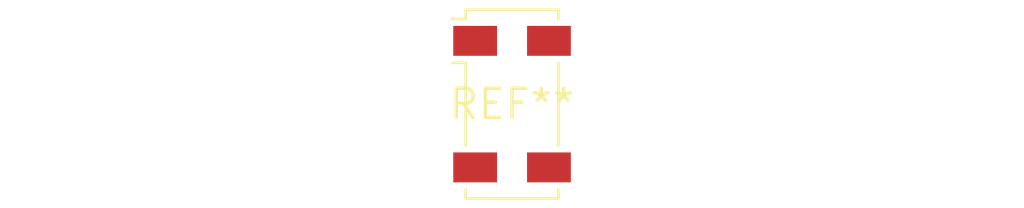
<source format=kicad_pcb>
(kicad_pcb (version 20240108) (generator pcbnew)
  (layers (0 "F.Cu" signal) (31 "B.Cu" signal) (34 "B.Paste" user) (35 "F.Paste" user) (36 "B.SilkS" user "B.Silkscreen") (37 "F.SilkS" user "F.Silkscreen") (38 "B.Mask" user) (39 "F.Mask" user) (44 "Edge.Cuts" user))
  (net 0 "")
  (footprint "Crystal_SMD_Abracon_ABS25-4Pin_8.0x3.8mm" (layer "F.Cu") (at 0 0)
    (property "Reference" "REF**")
    (property "Value" "Crystal_SMD_Abracon_ABS25-4Pin_8.0x3.8mm")
    (fp_line (start -2.6 -3.7) (end -2.01 -3.7) (layer "F.SilkS") (stroke (width 0.12)))
    (fp_line (start -2.01 -4.1) (end -2.01 -3.7) (layer "F.SilkS") (stroke (width 0.12)))
    (fp_line (start -2.01 -1.8) (end -2.6 -1.8) (layer "F.SilkS") (stroke (width 0.12)))
    (fp_line (start -2.01 -1.8) (end -2.01 1.8) (layer "F.SilkS") (stroke (width 0.12)))
    (fp_line (start -2.01 4.1) (end -2.01 3.7) (layer "F.SilkS") (stroke (width 0.12)))
    (fp_line (start 2.01 -4.1) (end -2.01 -4.1) (layer "F.SilkS") (stroke (width 0.12)))
    (fp_line (start 2.01 -4.1) (end 2.01 -3.7) (layer "F.SilkS") (stroke (width 0.12)))
    (fp_line (start 2.01 -1.8) (end 2.01 1.8) (layer "F.SilkS") (stroke (width 0.12)))
    (fp_line (start 2.01 4.1) (end -2.01 4.1) (layer "F.SilkS") (stroke (width 0.12)))
    (fp_line (start 2.01 4.1) (end 2.01 3.7) (layer "F.SilkS") (stroke (width 0.12)))
    (pad "1" smd rect (at -1.6 -2.75 270) (size 1.3 1.9) (layers "F.Cu" "F.Paste" "F.Mask"))
    (pad "2" smd rect (at -1.6 2.75 270) (size 1.3 1.9) (layers "F.Cu" "F.Paste" "F.Mask"))
    (pad "3" smd rect (at 1.6 2.75 270) (size 1.3 1.9) (layers "F.Cu" "F.Paste" "F.Mask"))
    (pad "4" smd rect (at 1.6 -2.75 270) (size 1.3 1.9) (layers "F.Cu" "F.Paste" "F.Mask"))
  )
)
</source>
